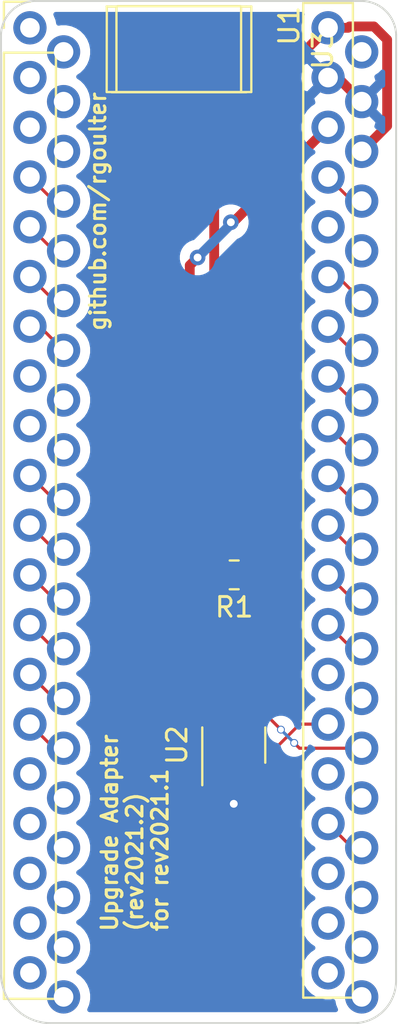
<source format=kicad_pcb>
(kicad_pcb (version 20171130) (host pcbnew "(5.1.8-0-10_14)")

  (general
    (thickness 1.6)
    (drawings 14)
    (tracks 74)
    (zones 0)
    (modules 4)
    (nets 27)
  )

  (page A4)
  (layers
    (0 F.Cu signal)
    (31 B.Cu signal)
    (32 B.Adhes user)
    (33 F.Adhes user)
    (34 B.Paste user)
    (35 F.Paste user)
    (36 B.SilkS user)
    (37 F.SilkS user)
    (38 B.Mask user)
    (39 F.Mask user)
    (40 Dwgs.User user)
    (41 Cmts.User user)
    (42 Eco1.User user)
    (43 Eco2.User user)
    (44 Edge.Cuts user)
    (45 Margin user)
    (46 B.CrtYd user)
    (47 F.CrtYd user)
    (48 B.Fab user)
    (49 F.Fab user)
  )

  (setup
    (last_trace_width 0.16)
    (trace_clearance 0.2)
    (zone_clearance 0.508)
    (zone_45_only no)
    (trace_min 0.16)
    (via_size 0.4)
    (via_drill 0.3)
    (via_min_size 0.4)
    (via_min_drill 0.3)
    (uvia_size 0.3)
    (uvia_drill 0.1)
    (uvias_allowed no)
    (uvia_min_size 0.2)
    (uvia_min_drill 0.1)
    (edge_width 0.1)
    (segment_width 0.2)
    (pcb_text_width 0.3)
    (pcb_text_size 1.5 1.5)
    (mod_edge_width 0.15)
    (mod_text_size 1 1)
    (mod_text_width 0.15)
    (pad_size 1.7 1.7)
    (pad_drill 1)
    (pad_to_mask_clearance 0)
    (aux_axis_origin 0 0)
    (grid_origin 25 25)
    (visible_elements FFFFFF7F)
    (pcbplotparams
      (layerselection 0x010fc_ffffffff)
      (usegerberextensions false)
      (usegerberattributes true)
      (usegerberadvancedattributes true)
      (creategerberjobfile true)
      (excludeedgelayer true)
      (linewidth 0.100000)
      (plotframeref false)
      (viasonmask false)
      (mode 1)
      (useauxorigin false)
      (hpglpennumber 1)
      (hpglpenspeed 20)
      (hpglpendiameter 15.000000)
      (psnegative false)
      (psa4output false)
      (plotreference true)
      (plotvalue true)
      (plotinvisibletext false)
      (padsonsilk false)
      (subtractmaskfromsilk false)
      (outputformat 1)
      (mirror false)
      (drillshape 1)
      (scaleselection 1)
      (outputdirectory ""))
  )

  (net 0 "")
  (net 1 /5V)
  (net 2 /RGB_DIN_5V)
  (net 3 /RGB_DIN_3V3)
  (net 4 /GND)
  (net 5 /3V3)
  (net 6 /SW25)
  (net 7 /SW11)
  (net 8 /SW31)
  (net 9 /SW12)
  (net 10 /SW32)
  (net 11 /SW13)
  (net 12 /SW33)
  (net 13 /SW14)
  (net 14 /SW34)
  (net 15 /SW15)
  (net 16 /SW35)
  (net 17 /SW21)
  (net 18 /SW41)
  (net 19 /SW22)
  (net 20 /SW42)
  (net 21 /SW23)
  (net 22 /SW43)
  (net 23 /SW24)
  (net 24 /SCL_TX)
  (net 25 /SDA_RX)
  (net 26 "Net-(R1-Pad1)")

  (net_class Default "This is the default net class."
    (clearance 0.2)
    (trace_width 0.16)
    (via_dia 0.4)
    (via_drill 0.3)
    (uvia_dia 0.3)
    (uvia_drill 0.1)
    (add_net /RGB_DIN_3V3)
    (add_net /RGB_DIN_5V)
    (add_net /SCL_TX)
    (add_net /SDA_RX)
    (add_net /SW11)
    (add_net /SW12)
    (add_net /SW13)
    (add_net /SW14)
    (add_net /SW15)
    (add_net /SW21)
    (add_net /SW22)
    (add_net /SW23)
    (add_net /SW24)
    (add_net /SW25)
    (add_net /SW31)
    (add_net /SW32)
    (add_net /SW33)
    (add_net /SW34)
    (add_net /SW35)
    (add_net /SW41)
    (add_net /SW42)
    (add_net /SW43)
    (add_net "Net-(R1-Pad1)")
  )

  (net_class Power ""
    (clearance 0.2)
    (trace_width 0.5)
    (via_dia 0.8)
    (via_drill 0.4)
    (uvia_dia 0.3)
    (uvia_drill 0.1)
    (add_net /3V3)
    (add_net /5V)
    (add_net /GND)
  )

  (module ProjectLocal:WeAct_MiniF4_Staggerable_rev2020.1 (layer F.Cu) (tedit 6044A469) (tstamp 6044BEFF)
    (at 28.2 27.6)
    (descr "Through hole headers for BluePill module. No SWD breakout. Fancy silkscreen.")
    (tags "module BlluePill Blue Pill header SWD breakout")
    (path /604668A4)
    (fp_text reference U3 (at 13.252 -0.1 90) (layer F.SilkS)
      (effects (font (size 1 1) (thickness 0.15)))
    )
    (fp_text value MiniF4 (at 20.32 24.765 -90) (layer F.Fab) hide
      (effects (font (size 1 1) (thickness 0.15)))
    )
    (fp_line (start 13.97 49.53) (end 13.97 -1.27) (layer F.Fab) (width 0.1))
    (fp_line (start 16.51 49.53) (end 13.97 49.53) (layer F.Fab) (width 0.1))
    (fp_line (start 16.51 -1.27) (end 16.51 49.53) (layer F.Fab) (width 0.1))
    (fp_line (start 13.97 -1.27) (end 16.51 -1.27) (layer F.Fab) (width 0.1))
    (fp_line (start -1.27 49.53) (end -1.27 -0.635) (layer F.Fab) (width 0.1))
    (fp_line (start 1.27 49.53) (end -1.27 49.53) (layer F.Fab) (width 0.1))
    (fp_line (start 1.27 -1.27) (end 1.27 49.53) (layer F.Fab) (width 0.1))
    (fp_line (start -0.635 -1.27) (end 1.27 -1.27) (layer F.Fab) (width 0.1))
    (fp_line (start -1.27 -0.635) (end -0.635 -1.27) (layer F.Fab) (width 0.1))
    (fp_line (start 3.72 3.48) (end 11.52 3.48) (layer F.Fab) (width 0.1))
    (pad 5V thru_hole circle (at 15.24 0) (size 1.7 1.7) (drill 1) (layers *.Cu *.Mask))
    (pad 25 thru_hole circle (at 0 0) (size 1.7 1.7) (drill 1) (layers *.Cu *.Mask))
    (pad GND thru_hole circle (at 15.24 2.54) (size 1.7 1.7) (drill 1) (layers *.Cu *.Mask)
      (net 4 /GND))
    (pad 26 thru_hole circle (at 0 2.54) (size 1.7 1.7) (drill 1) (layers *.Cu *.Mask))
    (pad 3V3 thru_hole circle (at 15.24 5.08) (size 1.7 1.7) (drill 1) (layers *.Cu *.Mask)
      (net 1 /5V))
    (pad 27 thru_hole circle (at 0 5.08) (size 1.7 1.7) (drill 1) (layers *.Cu *.Mask))
    (pad 21 thru_hole circle (at 15.24 7.62) (size 1.7 1.7) (drill 1) (layers *.Cu *.Mask)
      (net 6 /SW25))
    (pad 28 thru_hole circle (at 0 7.62) (size 1.7 1.7) (drill 1) (layers *.Cu *.Mask)
      (net 7 /SW11))
    (pad 20 thru_hole circle (at 15.24 10.16) (size 1.7 1.7) (drill 1) (layers *.Cu *.Mask))
    (pad 29 thru_hole circle (at 0 10.16) (size 1.7 1.7) (drill 1) (layers *.Cu *.Mask)
      (net 9 /SW12))
    (pad 19 thru_hole circle (at 15.24 12.7) (size 1.7 1.7) (drill 1) (layers *.Cu *.Mask)
      (net 10 /SW32))
    (pad 30 thru_hole circle (at 0 12.7) (size 1.7 1.7) (drill 1) (layers *.Cu *.Mask)
      (net 11 /SW13))
    (pad 18 thru_hole circle (at 15.24 15.24) (size 1.7 1.7) (drill 1) (layers *.Cu *.Mask)
      (net 12 /SW33))
    (pad 31 thru_hole circle (at 0 15.24) (size 1.7 1.7) (drill 1) (layers *.Cu *.Mask)
      (net 13 /SW14))
    (pad 17 thru_hole circle (at 15.24 17.78) (size 1.7 1.7) (drill 1) (layers *.Cu *.Mask)
      (net 14 /SW34))
    (pad 32 thru_hole circle (at 0 17.78) (size 1.7 1.7) (drill 1) (layers *.Cu *.Mask))
    (pad 16 thru_hole circle (at 15.24 20.32) (size 1.7 1.7) (drill 1) (layers *.Cu *.Mask)
      (net 16 /SW35))
    (pad 33 thru_hole circle (at 0 20.32) (size 1.7 1.7) (drill 1) (layers *.Cu *.Mask))
    (pad 15 thru_hole circle (at 15.24 22.86) (size 1.7 1.7) (drill 1) (layers *.Cu *.Mask)
      (net 18 /SW41))
    (pad 38 thru_hole circle (at 0 22.86) (size 1.7 1.7) (drill 1) (layers *.Cu *.Mask)
      (net 19 /SW22))
    (pad 14 thru_hole circle (at 15.24 25.4) (size 1.7 1.7) (drill 1) (layers *.Cu *.Mask)
      (net 20 /SW42))
    (pad 39 thru_hole circle (at 0 25.4) (size 1.7 1.7) (drill 1) (layers *.Cu *.Mask)
      (net 21 /SW23))
    (pad 13 thru_hole circle (at 15.24 27.94) (size 1.7 1.7) (drill 1) (layers *.Cu *.Mask)
      (net 22 /SW43))
    (pad 40 thru_hole circle (at 0 27.94) (size 1.7 1.7) (drill 1) (layers *.Cu *.Mask)
      (net 23 /SW24))
    (pad 12 thru_hole circle (at 15.24 30.48) (size 1.7 1.7) (drill 1) (layers *.Cu *.Mask)
      (net 8 /SW31))
    (pad 41 thru_hole circle (at 0 30.48) (size 1.7 1.7) (drill 1) (layers *.Cu *.Mask)
      (net 17 /SW21))
    (pad 11 thru_hole circle (at 15.24 33.02) (size 1.7 1.7) (drill 1) (layers *.Cu *.Mask))
    (pad 42 thru_hole circle (at 0 33.02) (size 1.7 1.7) (drill 1) (layers *.Cu *.Mask)
      (net 24 /SCL_TX))
    (pad 10 thru_hole circle (at 15.24 35.56) (size 1.7 1.7) (drill 1) (layers *.Cu *.Mask)
      (net 2 /RGB_DIN_5V))
    (pad 43 thru_hole circle (at 0 35.56) (size 1.7 1.7) (drill 1) (layers *.Cu *.Mask)
      (net 25 /SDA_RX))
    (pad 7 thru_hole circle (at 15.24 38.1) (size 1.7 1.7) (drill 1) (layers *.Cu *.Mask))
    (pad 45 thru_hole circle (at 0 38.1) (size 1.7 1.7) (drill 1) (layers *.Cu *.Mask))
    (pad 4 thru_hole circle (at 15.24 40.64) (size 1.7 1.7) (drill 1) (layers *.Cu *.Mask)
      (net 15 /SW15))
    (pad 46 thru_hole circle (at 0 40.64) (size 1.7 1.7) (drill 1) (layers *.Cu *.Mask))
    (pad 3 thru_hole circle (at 15.24 43.18) (size 1.7 1.7) (drill 1) (layers *.Cu *.Mask))
    (pad NC_5V thru_hole circle (at 0 43.18) (size 1.7 1.7) (drill 1) (layers *.Cu *.Mask))
    (pad 2 thru_hole circle (at 15.24 45.72) (size 1.7 1.7) (drill 1) (layers *.Cu *.Mask))
    (pad NC_GND thru_hole circle (at 0 45.72) (size 1.7 1.7) (drill 1) (layers *.Cu *.Mask))
    (pad 1 thru_hole circle (at 15.24 48.26) (size 1.7 1.7) (drill 1) (layers *.Cu *.Mask))
    (pad NC_3V3 thru_hole circle (at 0 48.26) (size 1.7 1.7) (drill 1) (layers *.Cu *.Mask))
    (model ${KIPRJMOD}/minif4_stm32f401_stm32f411_board.step
      (offset (xyz 7.6 -25 8))
      (scale (xyz 1 1 1))
      (rotate (xyz 0 0 90))
    )
    (model ${KISYS3DMOD}/Package_DIP.3dshapes/DIP-40_W15.24mm_Socket.step
      (at (xyz 0 0 0))
      (scale (xyz 1 1 1))
      (rotate (xyz 0 0 0))
    )
  )

  (module ProjectLocal:WeAct_MiniF4_Staggerable_rev2020.1 (layer F.Cu) (tedit 6044A36B) (tstamp 6044BFA7)
    (at 26.48 26.37)
    (descr "Through hole headers for BluePill module. No SWD breakout. Fancy silkscreen.")
    (tags "module BlluePill Blue Pill header SWD breakout")
    (path /60468F4C)
    (fp_text reference U1 (at 13.252 -0.1 90) (layer F.SilkS)
      (effects (font (size 1 1) (thickness 0.15)))
    )
    (fp_text value MiniF4 (at 20.32 24.765 -90) (layer F.Fab) hide
      (effects (font (size 1 1) (thickness 0.15)))
    )
    (fp_line (start 4.169988 -1.085) (end 4.169988 -1.089215) (layer F.SilkS) (width 0.12))
    (fp_line (start 11.070011 -1.085) (end 11.070011 -1.089215) (layer F.SilkS) (width 0.12))
    (fp_line (start 11.070011 3.29) (end 4.169988 3.29) (layer F.SilkS) (width 0.12))
    (fp_line (start 4.423589 -1.085064) (end 4.423589 3.29) (layer F.SilkS) (width 0.12))
    (fp_line (start 3.923589 -1.090575) (end 3.923572 -1.0935) (layer F.SilkS) (width 0.12))
    (fp_line (start 3.930103 -1.085) (end 3.923589 3.28) (layer F.SilkS) (width 0.12))
    (fp_line (start 11.31641 3.28) (end 3.923589 3.28) (layer F.SilkS) (width 0.12))
    (fp_line (start 3.930103 -1.085) (end 4.42 -1.085) (layer F.SilkS) (width 0.12))
    (fp_line (start 11.316427 -1.0935) (end 11.31641 3.28) (layer F.SilkS) (width 0.12))
    (fp_line (start 11.31641 -1.090575) (end 11.316427 -1.0935) (layer F.SilkS) (width 0.12))
    (fp_line (start 11.309896 -1.085) (end 10.82 -1.085) (layer F.SilkS) (width 0.12))
    (fp_line (start 10.795 -1.085064) (end 10.795 3.29) (layer F.SilkS) (width 0.12))
    (fp_line (start 10.82 -1.085) (end 10.81641 -1.085064) (layer F.SilkS) (width 0.12))
    (fp_line (start 4.42 -1.085) (end 4.423589 -1.085064) (layer F.SilkS) (width 0.12))
    (fp_line (start 10.758464 -1.106175) (end 4.481535 -1.106175) (layer F.SilkS) (width 0.12))
    (fp_line (start 3.928513 -1.085331) (end 3.930103 -1.085) (layer F.SilkS) (width 0.12))
    (fp_line (start 3.923572 -1.0935) (end 3.928513 -1.085331) (layer F.SilkS) (width 0.12))
    (fp_line (start 11.311486 -1.085331) (end 11.309896 -1.085) (layer F.SilkS) (width 0.12))
    (fp_line (start 11.316427 -1.0935) (end 11.311486 -1.085331) (layer F.SilkS) (width 0.12))
    (fp_line (start 13.97 49.53) (end 13.97 -1.27) (layer F.Fab) (width 0.1))
    (fp_line (start 16.51 49.53) (end 13.97 49.53) (layer F.Fab) (width 0.1))
    (fp_line (start 16.51 -1.27) (end 16.51 49.53) (layer F.Fab) (width 0.1))
    (fp_line (start 13.97 -1.27) (end 16.51 -1.27) (layer F.Fab) (width 0.1))
    (fp_line (start -1.27 49.53) (end -1.27 -0.635) (layer F.Fab) (width 0.1))
    (fp_line (start 1.27 49.53) (end -1.27 49.53) (layer F.Fab) (width 0.1))
    (fp_line (start 1.27 -1.27) (end 1.27 49.53) (layer F.Fab) (width 0.1))
    (fp_line (start -0.635 -1.27) (end 1.27 -1.27) (layer F.Fab) (width 0.1))
    (fp_line (start -1.27 -0.635) (end -0.635 -1.27) (layer F.Fab) (width 0.1))
    (fp_line (start 3.72 3.48) (end 11.52 3.48) (layer F.Fab) (width 0.1))
    (fp_line (start -1.33 1.27) (end 1.33 1.27) (layer F.SilkS) (width 0.12))
    (fp_line (start 1.33 1.27) (end 1.33 49.59) (layer F.SilkS) (width 0.12))
    (fp_line (start 1.33 49.59) (end -1.33 49.59) (layer F.SilkS) (width 0.12))
    (fp_line (start -1.33 49.59) (end -1.33 1.27) (layer F.SilkS) (width 0.12))
    (fp_line (start 13.97 -1.27) (end 16.51 -1.27) (layer F.SilkS) (width 0.12))
    (fp_line (start 16.51 -1.27) (end 16.51 49.53) (layer F.SilkS) (width 0.12))
    (fp_line (start 16.51 49.53) (end 13.97 49.53) (layer F.SilkS) (width 0.12))
    (fp_line (start 13.97 49.53) (end 13.97 -1.27) (layer F.SilkS) (width 0.12))
    (fp_line (start -1.33 0) (end -1.33 -1.33) (layer F.SilkS) (width 0.12))
    (fp_line (start -1.33 -1.33) (end 0 -1.33) (layer F.SilkS) (width 0.12))
    (pad 5V thru_hole circle (at 15.24 0) (size 1.7 1.7) (drill 1) (layers *.Cu *.Mask)
      (net 1 /5V))
    (pad 25 thru_hole circle (at 0 0) (size 1.7 1.7) (drill 1) (layers *.Cu *.Mask))
    (pad GND thru_hole circle (at 15.24 2.54) (size 1.7 1.7) (drill 1) (layers *.Cu *.Mask)
      (net 4 /GND))
    (pad 26 thru_hole circle (at 0 2.54) (size 1.7 1.7) (drill 1) (layers *.Cu *.Mask))
    (pad 3V3 thru_hole circle (at 15.24 5.08) (size 1.7 1.7) (drill 1) (layers *.Cu *.Mask)
      (net 5 /3V3))
    (pad 27 thru_hole circle (at 0 5.08) (size 1.7 1.7) (drill 1) (layers *.Cu *.Mask))
    (pad 21 thru_hole circle (at 15.24 7.62) (size 1.7 1.7) (drill 1) (layers *.Cu *.Mask)
      (net 6 /SW25))
    (pad 28 thru_hole circle (at 0 7.62) (size 1.7 1.7) (drill 1) (layers *.Cu *.Mask)
      (net 7 /SW11))
    (pad 20 thru_hole circle (at 15.24 10.16) (size 1.7 1.7) (drill 1) (layers *.Cu *.Mask))
    (pad 29 thru_hole circle (at 0 10.16) (size 1.7 1.7) (drill 1) (layers *.Cu *.Mask)
      (net 9 /SW12))
    (pad 19 thru_hole circle (at 15.24 12.7) (size 1.7 1.7) (drill 1) (layers *.Cu *.Mask)
      (net 10 /SW32))
    (pad 30 thru_hole circle (at 0 12.7) (size 1.7 1.7) (drill 1) (layers *.Cu *.Mask)
      (net 11 /SW13))
    (pad 18 thru_hole circle (at 15.24 15.24) (size 1.7 1.7) (drill 1) (layers *.Cu *.Mask)
      (net 12 /SW33))
    (pad 31 thru_hole circle (at 0 15.24) (size 1.7 1.7) (drill 1) (layers *.Cu *.Mask)
      (net 13 /SW14))
    (pad 17 thru_hole circle (at 15.24 17.78) (size 1.7 1.7) (drill 1) (layers *.Cu *.Mask)
      (net 14 /SW34))
    (pad 32 thru_hole circle (at 0 17.78) (size 1.7 1.7) (drill 1) (layers *.Cu *.Mask))
    (pad 16 thru_hole circle (at 15.24 20.32) (size 1.7 1.7) (drill 1) (layers *.Cu *.Mask)
      (net 16 /SW35))
    (pad 33 thru_hole circle (at 0 20.32) (size 1.7 1.7) (drill 1) (layers *.Cu *.Mask))
    (pad 15 thru_hole circle (at 15.24 22.86) (size 1.7 1.7) (drill 1) (layers *.Cu *.Mask)
      (net 18 /SW41))
    (pad 38 thru_hole circle (at 0 22.86) (size 1.7 1.7) (drill 1) (layers *.Cu *.Mask)
      (net 19 /SW22))
    (pad 14 thru_hole circle (at 15.24 25.4) (size 1.7 1.7) (drill 1) (layers *.Cu *.Mask)
      (net 20 /SW42))
    (pad 39 thru_hole circle (at 0 25.4) (size 1.7 1.7) (drill 1) (layers *.Cu *.Mask)
      (net 21 /SW23))
    (pad 13 thru_hole circle (at 15.24 27.94) (size 1.7 1.7) (drill 1) (layers *.Cu *.Mask)
      (net 22 /SW43))
    (pad 40 thru_hole circle (at 0 27.94) (size 1.7 1.7) (drill 1) (layers *.Cu *.Mask)
      (net 23 /SW24))
    (pad 12 thru_hole circle (at 15.24 30.48) (size 1.7 1.7) (drill 1) (layers *.Cu *.Mask)
      (net 8 /SW31))
    (pad 41 thru_hole circle (at 0 30.48) (size 1.7 1.7) (drill 1) (layers *.Cu *.Mask)
      (net 17 /SW21))
    (pad 11 thru_hole circle (at 15.24 33.02) (size 1.7 1.7) (drill 1) (layers *.Cu *.Mask))
    (pad 42 thru_hole circle (at 0 33.02) (size 1.7 1.7) (drill 1) (layers *.Cu *.Mask)
      (net 24 /SCL_TX))
    (pad 10 thru_hole circle (at 15.24 35.56) (size 1.7 1.7) (drill 1) (layers *.Cu *.Mask)
      (net 3 /RGB_DIN_3V3))
    (pad 43 thru_hole circle (at 0 35.56) (size 1.7 1.7) (drill 1) (layers *.Cu *.Mask)
      (net 25 /SDA_RX))
    (pad 7 thru_hole circle (at 15.24 38.1) (size 1.7 1.7) (drill 1) (layers *.Cu *.Mask))
    (pad 45 thru_hole circle (at 0 38.1) (size 1.7 1.7) (drill 1) (layers *.Cu *.Mask))
    (pad 4 thru_hole circle (at 15.24 40.64) (size 1.7 1.7) (drill 1) (layers *.Cu *.Mask)
      (net 15 /SW15))
    (pad 46 thru_hole circle (at 0 40.64) (size 1.7 1.7) (drill 1) (layers *.Cu *.Mask))
    (pad 3 thru_hole circle (at 15.24 43.18) (size 1.7 1.7) (drill 1) (layers *.Cu *.Mask))
    (pad NC_5V thru_hole circle (at 0 43.18) (size 1.7 1.7) (drill 1) (layers *.Cu *.Mask))
    (pad 2 thru_hole circle (at 15.24 45.72) (size 1.7 1.7) (drill 1) (layers *.Cu *.Mask))
    (pad NC_GND thru_hole circle (at 0 45.72) (size 1.7 1.7) (drill 1) (layers *.Cu *.Mask))
    (pad 1 thru_hole circle (at 15.24 48.26) (size 1.7 1.7) (drill 1) (layers *.Cu *.Mask))
    (pad NC_3V3 thru_hole circle (at 0 48.26) (size 1.7 1.7) (drill 1) (layers *.Cu *.Mask))
    (model ${KIPRJMOD}/minif4_stm32f401_stm32f411_board.step
      (offset (xyz 7.6 -25 8))
      (scale (xyz 1 1 1))
      (rotate (xyz 0 0 90))
    )
    (model ${KISYS3DMOD}/Package_DIP.3dshapes/DIP-40_W15.24mm_Socket.step
      (at (xyz 0 0 0))
      (scale (xyz 1 1 1))
      (rotate (xyz 0 0 0))
    )
  )

  (module Package_TO_SOT_SMD:SOT-23-6_Handsoldering (layer F.Cu) (tedit 5A02FF57) (tstamp 6044C09F)
    (at 36.9 63 90)
    (descr "6-pin SOT-23 package, Handsoldering")
    (tags "SOT-23-6 Handsoldering")
    (path /603EC747)
    (attr smd)
    (fp_text reference U2 (at 0 -2.9 90) (layer F.SilkS)
      (effects (font (size 1 1) (thickness 0.15)))
    )
    (fp_text value SN74LVC1T45DBV (at 0 2.9 90) (layer F.Fab)
      (effects (font (size 1 1) (thickness 0.15)))
    )
    (fp_line (start 0.9 -1.55) (end 0.9 1.55) (layer F.Fab) (width 0.1))
    (fp_line (start 0.9 1.55) (end -0.9 1.55) (layer F.Fab) (width 0.1))
    (fp_line (start -0.9 -0.9) (end -0.9 1.55) (layer F.Fab) (width 0.1))
    (fp_line (start 0.9 -1.55) (end -0.25 -1.55) (layer F.Fab) (width 0.1))
    (fp_line (start -0.9 -0.9) (end -0.25 -1.55) (layer F.Fab) (width 0.1))
    (fp_line (start -2.4 -1.8) (end 2.4 -1.8) (layer F.CrtYd) (width 0.05))
    (fp_line (start 2.4 -1.8) (end 2.4 1.8) (layer F.CrtYd) (width 0.05))
    (fp_line (start 2.4 1.8) (end -2.4 1.8) (layer F.CrtYd) (width 0.05))
    (fp_line (start -2.4 1.8) (end -2.4 -1.8) (layer F.CrtYd) (width 0.05))
    (fp_line (start 0.9 -1.61) (end -2.05 -1.61) (layer F.SilkS) (width 0.12))
    (fp_line (start -0.9 1.61) (end 0.9 1.61) (layer F.SilkS) (width 0.12))
    (fp_text user %R (at 0 0) (layer F.Fab)
      (effects (font (size 0.5 0.5) (thickness 0.075)))
    )
    (pad 5 smd rect (at 1.35 0 90) (size 1.56 0.65) (layers F.Cu F.Paste F.Mask)
      (net 26 "Net-(R1-Pad1)"))
    (pad 6 smd rect (at 1.35 -0.95 90) (size 1.56 0.65) (layers F.Cu F.Paste F.Mask)
      (net 1 /5V))
    (pad 4 smd rect (at 1.35 0.95 90) (size 1.56 0.65) (layers F.Cu F.Paste F.Mask)
      (net 2 /RGB_DIN_5V))
    (pad 3 smd rect (at -1.35 0.95 90) (size 1.56 0.65) (layers F.Cu F.Paste F.Mask)
      (net 3 /RGB_DIN_3V3))
    (pad 2 smd rect (at -1.35 0 90) (size 1.56 0.65) (layers F.Cu F.Paste F.Mask)
      (net 4 /GND))
    (pad 1 smd rect (at -1.35 -0.95 90) (size 1.56 0.65) (layers F.Cu F.Paste F.Mask)
      (net 5 /3V3))
    (model ${KISYS3DMOD}/Package_TO_SOT_SMD.3dshapes/SOT-23-6.wrl
      (at (xyz 0 0 0))
      (scale (xyz 1 1 1))
      (rotate (xyz 0 0 0))
    )
  )

  (module Resistor_SMD:R_0805_2012Metric_Pad1.20x1.40mm_HandSolder (layer F.Cu) (tedit 5F68FEEE) (tstamp 6044C067)
    (at 36.921 54.308 180)
    (descr "Resistor SMD 0805 (2012 Metric), square (rectangular) end terminal, IPC_7351 nominal with elongated pad for handsoldering. (Body size source: IPC-SM-782 page 72, https://www.pcb-3d.com/wordpress/wp-content/uploads/ipc-sm-782a_amendment_1_and_2.pdf), generated with kicad-footprint-generator")
    (tags "resistor handsolder")
    (path /603F5BAE)
    (attr smd)
    (fp_text reference R1 (at 0 -1.65) (layer F.SilkS)
      (effects (font (size 1 1) (thickness 0.15)))
    )
    (fp_text value "2.2k - 10k" (at 0 1.65) (layer F.Fab)
      (effects (font (size 1 1) (thickness 0.15)))
    )
    (fp_line (start 1.85 0.95) (end -1.85 0.95) (layer F.CrtYd) (width 0.05))
    (fp_line (start 1.85 -0.95) (end 1.85 0.95) (layer F.CrtYd) (width 0.05))
    (fp_line (start -1.85 -0.95) (end 1.85 -0.95) (layer F.CrtYd) (width 0.05))
    (fp_line (start -1.85 0.95) (end -1.85 -0.95) (layer F.CrtYd) (width 0.05))
    (fp_line (start -0.227064 0.735) (end 0.227064 0.735) (layer F.SilkS) (width 0.12))
    (fp_line (start -0.227064 -0.735) (end 0.227064 -0.735) (layer F.SilkS) (width 0.12))
    (fp_line (start 1 0.625) (end -1 0.625) (layer F.Fab) (width 0.1))
    (fp_line (start 1 -0.625) (end 1 0.625) (layer F.Fab) (width 0.1))
    (fp_line (start -1 -0.625) (end 1 -0.625) (layer F.Fab) (width 0.1))
    (fp_line (start -1 0.625) (end -1 -0.625) (layer F.Fab) (width 0.1))
    (fp_text user %R (at 0 0) (layer F.Fab)
      (effects (font (size 0.5 0.5) (thickness 0.08)))
    )
    (pad 2 smd roundrect (at 1 0 180) (size 1.2 1.4) (layers F.Cu F.Paste F.Mask) (roundrect_rratio 0.208333)
      (net 1 /5V))
    (pad 1 smd roundrect (at -1 0 180) (size 1.2 1.4) (layers F.Cu F.Paste F.Mask) (roundrect_rratio 0.208333)
      (net 26 "Net-(R1-Pad1)"))
    (model ${KISYS3DMOD}/Resistor_SMD.3dshapes/R_0805_2012Metric.wrl
      (at (xyz 0 0 0))
      (scale (xyz 1 1 1))
      (rotate (xyz 0 0 0))
    )
  )

  (gr_arc (start 27.54 74.66) (end 25 74.66) (angle -90) (layer Edge.Cuts) (width 0.1))
  (gr_arc (start 43.034 75.038) (end 43.034 77.2) (angle -90) (layer Edge.Cuts) (width 0.1))
  (gr_arc (start 26.778 26.778) (end 26.778 25) (angle -90) (layer Edge.Cuts) (width 0.1))
  (gr_arc (start 43.422 26.778) (end 45.2 26.778) (angle -90) (layer Edge.Cuts) (width 0.1))
  (gr_line (start 31.968 73.993) (end 38.191 73.993) (layer Dwgs.User) (width 3) (tstamp 6044C04F))
  (gr_line (start 32.222 43.005) (end 38.445 43.005) (layer Dwgs.User) (width 3) (tstamp 6044C088))
  (gr_line (start 32.222 58.118) (end 38.445 58.118) (layer Dwgs.User) (width 3) (tstamp 6044C055))
  (gr_line (start 31.587 27.638) (end 37.81 27.638) (layer Dwgs.User) (width 3) (tstamp 6044C04C))
  (gr_text github.com/rgoulter (at 29.953 29.572 90) (layer F.SilkS) (tstamp 6044C0D0)
    (effects (font (size 0.8 0.8) (thickness 0.15)) (justify right))
  )
  (gr_text "Upgrade Adapter\n(rev2021.2)\nfor rev2021.1" (at 31.841 72.596 90) (layer F.SilkS) (tstamp 6044C0D3)
    (effects (font (size 0.8 0.8) (thickness 0.16)) (justify left))
  )
  (gr_line (start 25 74.66) (end 25 26.778) (layer Edge.Cuts) (width 0.1) (tstamp 6044C0CA))
  (gr_line (start 43.034 77.2) (end 27.54 77.2) (layer Edge.Cuts) (width 0.1) (tstamp 6044C0CD))
  (gr_line (start 45.2 26.778) (end 45.196 75.038) (layer Edge.Cuts) (width 0.1) (tstamp 6044BED2))
  (gr_line (start 26.778 25) (end 43.422 25) (layer Edge.Cuts) (width 0.1) (tstamp 6044BECF))

  (segment (start 35.9 61.6) (end 35.95 61.65) (width 0.5) (layer F.Cu) (net 1) (tstamp 6044C169) (status 30))
  (segment (start 35.9 32.19) (end 35.9 61.6) (width 0.5) (layer F.Cu) (net 1) (tstamp 6044C16C) (status 20))
  (segment (start 35.9 32.19) (end 41.72 26.37) (width 0.5) (layer F.Cu) (net 1) (tstamp 6044C16F) (status 20))
  (segment (start 44.740001 31.379999) (end 43.44 32.68) (width 0.5) (layer F.Cu) (net 1) (tstamp 6044C175) (status 20))
  (segment (start 44.740001 26.975999) (end 44.740001 31.379999) (width 0.5) (layer F.Cu) (net 1) (tstamp 6044E318))
  (segment (start 44.064001 26.299999) (end 44.740001 26.975999) (width 0.5) (layer F.Cu) (net 1) (tstamp 6044C17B))
  (segment (start 42.815999 26.299999) (end 44.064001 26.299999) (width 0.5) (layer F.Cu) (net 1) (tstamp 6044C17E))
  (segment (start 42.745998 26.37) (end 42.815999 26.299999) (width 0.5) (layer F.Cu) (net 1) (tstamp 6044C181))
  (segment (start 41.72 26.37) (end 42.745998 26.37) (width 0.5) (layer F.Cu) (net 1) (tstamp 6044C184) (status 10))
  (via (at 39.989412 62.889412) (size 0.4) (drill 0.3) (layers F.Cu B.Cu) (net 2) (tstamp 6044C15D))
  (segment (start 40.26 63.16) (end 39.989412 62.889412) (width 0.16) (layer F.Cu) (net 2) (tstamp 6044C15A))
  (segment (start 43.44 63.16) (end 40.26 63.16) (width 0.16) (layer F.Cu) (net 2) (tstamp 6044C157) (status 10))
  (via (at 39.310588 62.210588) (size 0.4) (drill 0.3) (layers F.Cu B.Cu) (net 2) (tstamp 6044C154))
  (segment (start 39.989412 62.889412) (end 39.310588 62.210588) (width 0.16) (layer B.Cu) (net 2) (tstamp 6044C151))
  (segment (start 38.75 61.65) (end 37.85 61.65) (width 0.16) (layer F.Cu) (net 2) (tstamp 6044C14E) (status 20))
  (segment (start 39.310588 62.210588) (end 38.75 61.65) (width 0.16) (layer F.Cu) (net 2) (tstamp 6044C14B))
  (segment (start 40.27 61.93) (end 37.85 64.35) (width 0.16) (layer F.Cu) (net 3) (tstamp 6044C148) (status 20))
  (segment (start 41.72 61.93) (end 40.27 61.93) (width 0.16) (layer F.Cu) (net 3) (tstamp 6044C145) (status 10))
  (segment (start 42.21 28.91) (end 43.44 30.14) (width 0.5) (layer F.Cu) (net 4) (tstamp 6044C142) (status 30))
  (segment (start 41.72 28.91) (end 42.21 28.91) (width 0.5) (layer F.Cu) (net 4) (tstamp 6044C13F) (status 30))
  (via (at 36.9 66) (size 0.8) (drill 0.4) (layers F.Cu B.Cu) (net 4) (tstamp 6044C13C))
  (segment (start 36.9 64.35) (end 36.9 66) (width 0.5) (layer F.Cu) (net 4) (tstamp 6044C139) (status 10))
  (segment (start 36.87 36.3) (end 36.75 36.3) (width 0.5) (layer F.Cu) (net 5) (tstamp 6044C136))
  (via (at 36.75 36.3) (size 0.8) (drill 0.4) (layers F.Cu B.Cu) (net 5) (tstamp 6044C133))
  (segment (start 41.72 31.45) (end 36.87 36.3) (width 0.5) (layer F.Cu) (net 5) (tstamp 6044C130) (status 10))
  (via (at 35.05 38.1) (size 0.8) (drill 0.4) (layers F.Cu B.Cu) (net 5) (tstamp 6044C12D))
  (segment (start 36.75 36.4) (end 35.05 38.1) (width 0.5) (layer B.Cu) (net 5) (tstamp 6044C12A))
  (segment (start 36.75 36.3) (end 36.75 36.4) (width 0.5) (layer B.Cu) (net 5) (tstamp 6044C127))
  (segment (start 34.650001 63.050001) (end 35.95 64.35) (width 0.5) (layer F.Cu) (net 5) (tstamp 6044C124) (status 20))
  (segment (start 34.650001 38.499999) (end 34.650001 63.050001) (width 0.5) (layer F.Cu) (net 5) (tstamp 6044C121))
  (segment (start 35.05 38.1) (end 34.650001 38.499999) (width 0.5) (layer F.Cu) (net 5) (tstamp 6044C11E))
  (segment (start 42.95 35.22) (end 43.44 35.22) (width 0.16) (layer F.Cu) (net 6) (tstamp 6044C11B) (status 30))
  (segment (start 41.72 33.99) (end 42.95 35.22) (width 0.16) (layer F.Cu) (net 6) (tstamp 6044C118) (status 30))
  (segment (start 27.71 35.22) (end 28.2 35.22) (width 0.16) (layer F.Cu) (net 7) (tstamp 6044C115) (status 30))
  (segment (start 26.48 33.99) (end 27.71 35.22) (width 0.16) (layer F.Cu) (net 7) (tstamp 6044C112) (status 30))
  (segment (start 42.95 58.08) (end 43.44 58.08) (width 0.16) (layer F.Cu) (net 8))
  (segment (start 41.72 56.85) (end 42.95 58.08) (width 0.16) (layer F.Cu) (net 8))
  (segment (start 27.71 37.76) (end 28.2 37.76) (width 0.16) (layer F.Cu) (net 9) (tstamp 6044C103) (status 30))
  (segment (start 26.48 36.53) (end 27.71 37.76) (width 0.16) (layer F.Cu) (net 9) (tstamp 6044C100) (status 30))
  (segment (start 42.21 39.07) (end 41.72 39.07) (width 0.16) (layer F.Cu) (net 10) (tstamp 6044C0FD) (status 30))
  (segment (start 43.44 40.3) (end 42.21 39.07) (width 0.16) (layer F.Cu) (net 10) (tstamp 6044C0FA) (status 30))
  (segment (start 27.71 40.3) (end 28.2 40.3) (width 0.16) (layer F.Cu) (net 11) (tstamp 6044C0F7) (status 30))
  (segment (start 26.48 39.07) (end 27.71 40.3) (width 0.16) (layer F.Cu) (net 11) (tstamp 6044C0F4) (status 30))
  (segment (start 42.95 42.84) (end 43.44 42.84) (width 0.16) (layer F.Cu) (net 12) (tstamp 6044C0F1) (status 30))
  (segment (start 41.72 41.61) (end 42.95 42.84) (width 0.16) (layer F.Cu) (net 12) (tstamp 6044C0EE) (status 30))
  (segment (start 26.97 41.61) (end 26.48 41.61) (width 0.16) (layer F.Cu) (net 13) (tstamp 6044C0EB) (status 30))
  (segment (start 28.2 42.84) (end 26.97 41.61) (width 0.16) (layer F.Cu) (net 13) (tstamp 6044C0E8) (status 30))
  (segment (start 42.95 45.38) (end 43.44 45.38) (width 0.16) (layer F.Cu) (net 14) (tstamp 6044C0E5) (status 30))
  (segment (start 41.72 44.15) (end 42.95 45.38) (width 0.16) (layer F.Cu) (net 14) (tstamp 6044C0E2) (status 30))
  (segment (start 42.95 68.24) (end 43.44 68.24) (width 0.16) (layer F.Cu) (net 15))
  (segment (start 41.72 67.01) (end 42.95 68.24) (width 0.16) (layer F.Cu) (net 15))
  (segment (start 42.95 47.92) (end 43.44 47.92) (width 0.16) (layer F.Cu) (net 16) (tstamp 6044C1CC) (status 30))
  (segment (start 41.72 46.69) (end 42.95 47.92) (width 0.16) (layer F.Cu) (net 16) (tstamp 6044C1C9) (status 30))
  (segment (start 27.71 58.08) (end 28.2 58.08) (width 0.16) (layer F.Cu) (net 17))
  (segment (start 26.48 56.85) (end 27.71 58.08) (width 0.16) (layer F.Cu) (net 17))
  (segment (start 42.95 50.46) (end 43.44 50.46) (width 0.16) (layer F.Cu) (net 18) (tstamp 6044C1B4) (status 30))
  (segment (start 41.72 49.23) (end 42.95 50.46) (width 0.16) (layer F.Cu) (net 18) (tstamp 6044C1B1) (status 30))
  (segment (start 27.71 50.46) (end 28.2 50.46) (width 0.16) (layer F.Cu) (net 19) (tstamp 6044C1AE) (status 30))
  (segment (start 26.48 49.23) (end 27.71 50.46) (width 0.16) (layer F.Cu) (net 19) (tstamp 6044C1AB) (status 30))
  (segment (start 42.95 53) (end 43.44 53) (width 0.16) (layer F.Cu) (net 20) (tstamp 6044C1A8) (status 30))
  (segment (start 41.72 51.77) (end 42.95 53) (width 0.16) (layer F.Cu) (net 20) (tstamp 6044C1A5) (status 30))
  (segment (start 27.71 53) (end 28.2 53) (width 0.16) (layer F.Cu) (net 21) (tstamp 6044C1A2) (status 30))
  (segment (start 26.48 51.77) (end 27.71 53) (width 0.16) (layer F.Cu) (net 21) (tstamp 6044C19F) (status 30))
  (segment (start 42.95 55.54) (end 43.44 55.54) (width 0.16) (layer F.Cu) (net 22) (tstamp 6044C19C) (status 30))
  (segment (start 41.72 54.31) (end 42.95 55.54) (width 0.16) (layer F.Cu) (net 22) (tstamp 6044C199) (status 30))
  (segment (start 27.71 55.54) (end 28.2 55.54) (width 0.16) (layer F.Cu) (net 23) (tstamp 6044C196) (status 30))
  (segment (start 26.48 54.31) (end 27.71 55.54) (width 0.16) (layer F.Cu) (net 23) (tstamp 6044C193) (status 30))
  (segment (start 27.71 60.62) (end 28.2 60.62) (width 0.16) (layer F.Cu) (net 24) (tstamp 6044C190) (status 30))
  (segment (start 26.48 59.39) (end 27.71 60.62) (width 0.16) (layer F.Cu) (net 24) (tstamp 6044C18D) (status 30))
  (segment (start 27.71 63.16) (end 28.2 63.16) (width 0.16) (layer F.Cu) (net 25) (tstamp 6044C18A) (status 30))
  (segment (start 26.48 61.93) (end 27.71 63.16) (width 0.16) (layer F.Cu) (net 25) (tstamp 6044C187) (status 30))
  (segment (start 36.9 60.806) (end 36.9 61.65) (width 0.16) (layer F.Cu) (net 26) (tstamp 6044C166) (status 20))
  (segment (start 37.921 59.785) (end 36.9 60.806) (width 0.16) (layer F.Cu) (net 26) (tstamp 6044C163))
  (segment (start 37.921 54.308) (end 37.921 59.785) (width 0.16) (layer F.Cu) (net 26) (tstamp 6044C160) (status 10))

  (zone (net 4) (net_name /GND) (layer B.Cu) (tstamp 6044E3F0) (hatch edge 0.508)
    (connect_pads (clearance 0.508))
    (min_thickness 0.254)
    (fill yes (arc_segments 32) (thermal_gap 0.508) (thermal_bridge_width 0.508))
    (polygon
      (pts
        (xy 45.303 77.168) (xy 24.983 77.168) (xy 24.983 24.971) (xy 45.303 24.971)
      )
    )
    (filled_polygon
      (pts
        (xy 40.292068 25.936842) (xy 40.235 26.22374) (xy 40.235 26.51626) (xy 40.292068 26.803158) (xy 40.40401 27.073411)
        (xy 40.566525 27.316632) (xy 40.773368 27.523475) (xy 40.946729 27.639311) (xy 40.871208 27.881603) (xy 41.72 28.730395)
        (xy 41.734143 28.716253) (xy 41.913748 28.895858) (xy 41.899605 28.91) (xy 41.913748 28.924143) (xy 41.734143 29.103748)
        (xy 41.72 29.089605) (xy 40.871208 29.938397) (xy 40.946729 30.180689) (xy 40.773368 30.296525) (xy 40.566525 30.503368)
        (xy 40.40401 30.746589) (xy 40.292068 31.016842) (xy 40.235 31.30374) (xy 40.235 31.59626) (xy 40.292068 31.883158)
        (xy 40.40401 32.153411) (xy 40.566525 32.396632) (xy 40.773368 32.603475) (xy 40.94776 32.72) (xy 40.773368 32.836525)
        (xy 40.566525 33.043368) (xy 40.40401 33.286589) (xy 40.292068 33.556842) (xy 40.235 33.84374) (xy 40.235 34.13626)
        (xy 40.292068 34.423158) (xy 40.40401 34.693411) (xy 40.566525 34.936632) (xy 40.773368 35.143475) (xy 40.94776 35.26)
        (xy 40.773368 35.376525) (xy 40.566525 35.583368) (xy 40.40401 35.826589) (xy 40.292068 36.096842) (xy 40.235 36.38374)
        (xy 40.235 36.67626) (xy 40.292068 36.963158) (xy 40.40401 37.233411) (xy 40.566525 37.476632) (xy 40.773368 37.683475)
        (xy 40.94776 37.8) (xy 40.773368 37.916525) (xy 40.566525 38.123368) (xy 40.40401 38.366589) (xy 40.292068 38.636842)
        (xy 40.235 38.92374) (xy 40.235 39.21626) (xy 40.292068 39.503158) (xy 40.40401 39.773411) (xy 40.566525 40.016632)
        (xy 40.773368 40.223475) (xy 40.94776 40.34) (xy 40.773368 40.456525) (xy 40.566525 40.663368) (xy 40.40401 40.906589)
        (xy 40.292068 41.176842) (xy 40.235 41.46374) (xy 40.235 41.75626) (xy 40.292068 42.043158) (xy 40.40401 42.313411)
        (xy 40.566525 42.556632) (xy 40.773368 42.763475) (xy 40.94776 42.88) (xy 40.773368 42.996525) (xy 40.566525 43.203368)
        (xy 40.40401 43.446589) (xy 40.292068 43.716842) (xy 40.235 44.00374) (xy 40.235 44.29626) (xy 40.292068 44.583158)
        (xy 40.40401 44.853411) (xy 40.566525 45.096632) (xy 40.773368 45.303475) (xy 40.94776 45.42) (xy 40.773368 45.536525)
        (xy 40.566525 45.743368) (xy 40.40401 45.986589) (xy 40.292068 46.256842) (xy 40.235 46.54374) (xy 40.235 46.83626)
        (xy 40.292068 47.123158) (xy 40.40401 47.393411) (xy 40.566525 47.636632) (xy 40.773368 47.843475) (xy 40.94776 47.96)
        (xy 40.773368 48.076525) (xy 40.566525 48.283368) (xy 40.40401 48.526589) (xy 40.292068 48.796842) (xy 40.235 49.08374)
        (xy 40.235 49.37626) (xy 40.292068 49.663158) (xy 40.40401 49.933411) (xy 40.566525 50.176632) (xy 40.773368 50.383475)
        (xy 40.94776 50.5) (xy 40.773368 50.616525) (xy 40.566525 50.823368) (xy 40.40401 51.066589) (xy 40.292068 51.336842)
        (xy 40.235 51.62374) (xy 40.235 51.91626) (xy 40.292068 52.203158) (xy 40.40401 52.473411) (xy 40.566525 52.716632)
        (xy 40.773368 52.923475) (xy 40.94776 53.04) (xy 40.773368 53.156525) (xy 40.566525 53.363368) (xy 40.40401 53.606589)
        (xy 40.292068 53.876842) (xy 40.235 54.16374) (xy 40.235 54.45626) (xy 40.292068 54.743158) (xy 40.40401 55.013411)
        (xy 40.566525 55.256632) (xy 40.773368 55.463475) (xy 40.94776 55.58) (xy 40.773368 55.696525) (xy 40.566525 55.903368)
        (xy 40.40401 56.146589) (xy 40.292068 56.416842) (xy 40.235 56.70374) (xy 40.235 56.99626) (xy 40.292068 57.283158)
        (xy 40.40401 57.553411) (xy 40.566525 57.796632) (xy 40.773368 58.003475) (xy 40.94776 58.12) (xy 40.773368 58.236525)
        (xy 40.566525 58.443368) (xy 40.40401 58.686589) (xy 40.292068 58.956842) (xy 40.235 59.24374) (xy 40.235 59.53626)
        (xy 40.292068 59.823158) (xy 40.40401 60.093411) (xy 40.566525 60.336632) (xy 40.773368 60.543475) (xy 40.94776 60.66)
        (xy 40.773368 60.776525) (xy 40.566525 60.983368) (xy 40.40401 61.226589) (xy 40.292068 61.496842) (xy 40.235 61.78374)
        (xy 40.235 62.07626) (xy 40.237402 62.088336) (xy 40.232972 62.086501) (xy 40.188895 62.077733) (xy 40.122267 62.011105)
        (xy 40.113499 61.967028) (xy 40.050555 61.815067) (xy 39.959175 61.678307) (xy 39.842869 61.562001) (xy 39.706109 61.470621)
        (xy 39.554148 61.407677) (xy 39.392828 61.375588) (xy 39.228348 61.375588) (xy 39.067028 61.407677) (xy 38.915067 61.470621)
        (xy 38.778307 61.562001) (xy 38.662001 61.678307) (xy 38.570621 61.815067) (xy 38.507677 61.967028) (xy 38.475588 62.128348)
        (xy 38.475588 62.292828) (xy 38.507677 62.454148) (xy 38.570621 62.606109) (xy 38.662001 62.742869) (xy 38.778307 62.859175)
        (xy 38.915067 62.950555) (xy 39.067028 63.013499) (xy 39.111105 63.022267) (xy 39.177733 63.088895) (xy 39.186501 63.132972)
        (xy 39.249445 63.284933) (xy 39.340825 63.421693) (xy 39.457131 63.537999) (xy 39.593891 63.629379) (xy 39.745852 63.692323)
        (xy 39.907172 63.724412) (xy 40.071652 63.724412) (xy 40.232972 63.692323) (xy 40.384933 63.629379) (xy 40.521693 63.537999)
        (xy 40.637999 63.421693) (xy 40.729379 63.284933) (xy 40.792323 63.132972) (xy 40.79879 63.100461) (xy 40.94776 63.2)
        (xy 40.773368 63.316525) (xy 40.566525 63.523368) (xy 40.40401 63.766589) (xy 40.292068 64.036842) (xy 40.235 64.32374)
        (xy 40.235 64.61626) (xy 40.292068 64.903158) (xy 40.40401 65.173411) (xy 40.566525 65.416632) (xy 40.773368 65.623475)
        (xy 40.94776 65.74) (xy 40.773368 65.856525) (xy 40.566525 66.063368) (xy 40.40401 66.306589) (xy 40.292068 66.576842)
        (xy 40.235 66.86374) (xy 40.235 67.15626) (xy 40.292068 67.443158) (xy 40.40401 67.713411) (xy 40.566525 67.956632)
        (xy 40.773368 68.163475) (xy 40.94776 68.28) (xy 40.773368 68.396525) (xy 40.566525 68.603368) (xy 40.40401 68.846589)
        (xy 40.292068 69.116842) (xy 40.235 69.40374) (xy 40.235 69.69626) (xy 40.292068 69.983158) (xy 40.40401 70.253411)
        (xy 40.566525 70.496632) (xy 40.773368 70.703475) (xy 40.94776 70.82) (xy 40.773368 70.936525) (xy 40.566525 71.143368)
        (xy 40.40401 71.386589) (xy 40.292068 71.656842) (xy 40.235 71.94374) (xy 40.235 72.23626) (xy 40.292068 72.523158)
        (xy 40.40401 72.793411) (xy 40.566525 73.036632) (xy 40.773368 73.243475) (xy 40.94776 73.36) (xy 40.773368 73.476525)
        (xy 40.566525 73.683368) (xy 40.40401 73.926589) (xy 40.292068 74.196842) (xy 40.235 74.48374) (xy 40.235 74.77626)
        (xy 40.292068 75.063158) (xy 40.40401 75.333411) (xy 40.566525 75.576632) (xy 40.773368 75.783475) (xy 41.016589 75.94599)
        (xy 41.286842 76.057932) (xy 41.57374 76.115) (xy 41.86626 76.115) (xy 41.972429 76.093881) (xy 42.012068 76.293158)
        (xy 42.103958 76.515) (xy 29.536042 76.515) (xy 29.627932 76.293158) (xy 29.685 76.00626) (xy 29.685 75.71374)
        (xy 29.627932 75.426842) (xy 29.51599 75.156589) (xy 29.353475 74.913368) (xy 29.146632 74.706525) (xy 28.97224 74.59)
        (xy 29.146632 74.473475) (xy 29.353475 74.266632) (xy 29.51599 74.023411) (xy 29.627932 73.753158) (xy 29.685 73.46626)
        (xy 29.685 73.17374) (xy 29.627932 72.886842) (xy 29.51599 72.616589) (xy 29.353475 72.373368) (xy 29.146632 72.166525)
        (xy 28.97224 72.05) (xy 29.146632 71.933475) (xy 29.353475 71.726632) (xy 29.51599 71.483411) (xy 29.627932 71.213158)
        (xy 29.685 70.92626) (xy 29.685 70.63374) (xy 29.627932 70.346842) (xy 29.51599 70.076589) (xy 29.353475 69.833368)
        (xy 29.146632 69.626525) (xy 28.97224 69.51) (xy 29.146632 69.393475) (xy 29.353475 69.186632) (xy 29.51599 68.943411)
        (xy 29.627932 68.673158) (xy 29.685 68.38626) (xy 29.685 68.09374) (xy 29.627932 67.806842) (xy 29.51599 67.536589)
        (xy 29.353475 67.293368) (xy 29.146632 67.086525) (xy 28.97224 66.97) (xy 29.146632 66.853475) (xy 29.353475 66.646632)
        (xy 29.51599 66.403411) (xy 29.627932 66.133158) (xy 29.685 65.84626) (xy 29.685 65.55374) (xy 29.627932 65.266842)
        (xy 29.51599 64.996589) (xy 29.353475 64.753368) (xy 29.146632 64.546525) (xy 28.97224 64.43) (xy 29.146632 64.313475)
        (xy 29.353475 64.106632) (xy 29.51599 63.863411) (xy 29.627932 63.593158) (xy 29.685 63.30626) (xy 29.685 63.01374)
        (xy 29.627932 62.726842) (xy 29.51599 62.456589) (xy 29.353475 62.213368) (xy 29.146632 62.006525) (xy 28.97224 61.89)
        (xy 29.146632 61.773475) (xy 29.353475 61.566632) (xy 29.51599 61.323411) (xy 29.627932 61.053158) (xy 29.685 60.76626)
        (xy 29.685 60.47374) (xy 29.627932 60.186842) (xy 29.51599 59.916589) (xy 29.353475 59.673368) (xy 29.146632 59.466525)
        (xy 28.97224 59.35) (xy 29.146632 59.233475) (xy 29.353475 59.026632) (xy 29.51599 58.783411) (xy 29.627932 58.513158)
        (xy 29.685 58.22626) (xy 29.685 57.93374) (xy 29.627932 57.646842) (xy 29.51599 57.376589) (xy 29.353475 57.133368)
        (xy 29.146632 56.926525) (xy 28.97224 56.81) (xy 29.146632 56.693475) (xy 29.353475 56.486632) (xy 29.51599 56.243411)
        (xy 29.627932 55.973158) (xy 29.685 55.68626) (xy 29.685 55.39374) (xy 29.627932 55.106842) (xy 29.51599 54.836589)
        (xy 29.353475 54.593368) (xy 29.146632 54.386525) (xy 28.97224 54.27) (xy 29.146632 54.153475) (xy 29.353475 53.946632)
        (xy 29.51599 53.703411) (xy 29.627932 53.433158) (xy 29.685 53.14626) (xy 29.685 52.85374) (xy 29.627932 52.566842)
        (xy 29.51599 52.296589) (xy 29.353475 52.053368) (xy 29.146632 51.846525) (xy 28.97224 51.73) (xy 29.146632 51.613475)
        (xy 29.353475 51.406632) (xy 29.51599 51.163411) (xy 29.627932 50.893158) (xy 29.685 50.60626) (xy 29.685 50.31374)
        (xy 29.627932 50.026842) (xy 29.51599 49.756589) (xy 29.353475 49.513368) (xy 29.146632 49.306525) (xy 28.97224 49.19)
        (xy 29.146632 49.073475) (xy 29.353475 48.866632) (xy 29.51599 48.623411) (xy 29.627932 48.353158) (xy 29.685 48.06626)
        (xy 29.685 47.77374) (xy 29.627932 47.486842) (xy 29.51599 47.216589) (xy 29.353475 46.973368) (xy 29.146632 46.766525)
        (xy 28.97224 46.65) (xy 29.146632 46.533475) (xy 29.353475 46.326632) (xy 29.51599 46.083411) (xy 29.627932 45.813158)
        (xy 29.685 45.52626) (xy 29.685 45.23374) (xy 29.627932 44.946842) (xy 29.51599 44.676589) (xy 29.353475 44.433368)
        (xy 29.146632 44.226525) (xy 28.97224 44.11) (xy 29.146632 43.993475) (xy 29.353475 43.786632) (xy 29.51599 43.543411)
        (xy 29.627932 43.273158) (xy 29.685 42.98626) (xy 29.685 42.69374) (xy 29.627932 42.406842) (xy 29.51599 42.136589)
        (xy 29.353475 41.893368) (xy 29.146632 41.686525) (xy 28.97224 41.57) (xy 29.146632 41.453475) (xy 29.353475 41.246632)
        (xy 29.51599 41.003411) (xy 29.627932 40.733158) (xy 29.685 40.44626) (xy 29.685 40.15374) (xy 29.627932 39.866842)
        (xy 29.51599 39.596589) (xy 29.353475 39.353368) (xy 29.146632 39.146525) (xy 28.97224 39.03) (xy 29.146632 38.913475)
        (xy 29.353475 38.706632) (xy 29.51599 38.463411) (xy 29.627932 38.193158) (xy 29.666739 37.998061) (xy 34.015 37.998061)
        (xy 34.015 38.201939) (xy 34.054774 38.401898) (xy 34.132795 38.590256) (xy 34.246063 38.759774) (xy 34.390226 38.903937)
        (xy 34.559744 39.017205) (xy 34.748102 39.095226) (xy 34.948061 39.135) (xy 35.151939 39.135) (xy 35.351898 39.095226)
        (xy 35.540256 39.017205) (xy 35.709774 38.903937) (xy 35.853937 38.759774) (xy 35.967205 38.590256) (xy 36.045226 38.401898)
        (xy 36.056535 38.345043) (xy 37.144859 37.25672) (xy 37.240256 37.217205) (xy 37.409774 37.103937) (xy 37.553937 36.959774)
        (xy 37.667205 36.790256) (xy 37.745226 36.601898) (xy 37.785 36.401939) (xy 37.785 36.198061) (xy 37.745226 35.998102)
        (xy 37.667205 35.809744) (xy 37.553937 35.640226) (xy 37.409774 35.496063) (xy 37.240256 35.382795) (xy 37.051898 35.304774)
        (xy 36.851939 35.265) (xy 36.648061 35.265) (xy 36.448102 35.304774) (xy 36.259744 35.382795) (xy 36.090226 35.496063)
        (xy 35.946063 35.640226) (xy 35.832795 35.809744) (xy 35.754774 35.998102) (xy 35.718635 36.179786) (xy 34.804957 37.093465)
        (xy 34.748102 37.104774) (xy 34.559744 37.182795) (xy 34.390226 37.296063) (xy 34.246063 37.440226) (xy 34.132795 37.609744)
        (xy 34.054774 37.798102) (xy 34.015 37.998061) (xy 29.666739 37.998061) (xy 29.685 37.90626) (xy 29.685 37.61374)
        (xy 29.627932 37.326842) (xy 29.51599 37.056589) (xy 29.353475 36.813368) (xy 29.146632 36.606525) (xy 28.97224 36.49)
        (xy 29.146632 36.373475) (xy 29.353475 36.166632) (xy 29.51599 35.923411) (xy 29.627932 35.653158) (xy 29.685 35.36626)
        (xy 29.685 35.07374) (xy 29.627932 34.786842) (xy 29.51599 34.516589) (xy 29.353475 34.273368) (xy 29.146632 34.066525)
        (xy 28.97224 33.95) (xy 29.146632 33.833475) (xy 29.353475 33.626632) (xy 29.51599 33.383411) (xy 29.627932 33.113158)
        (xy 29.685 32.82626) (xy 29.685 32.53374) (xy 29.627932 32.246842) (xy 29.51599 31.976589) (xy 29.353475 31.733368)
        (xy 29.146632 31.526525) (xy 28.97224 31.41) (xy 29.146632 31.293475) (xy 29.353475 31.086632) (xy 29.51599 30.843411)
        (xy 29.627932 30.573158) (xy 29.685 30.28626) (xy 29.685 29.99374) (xy 29.627932 29.706842) (xy 29.51599 29.436589)
        (xy 29.353475 29.193368) (xy 29.146632 28.986525) (xy 29.134669 28.978531) (xy 40.229389 28.978531) (xy 40.271401 29.268019)
        (xy 40.369081 29.543747) (xy 40.442528 29.681157) (xy 40.691603 29.758792) (xy 41.540395 28.91) (xy 40.691603 28.061208)
        (xy 40.442528 28.138843) (xy 40.316629 28.402883) (xy 40.244661 28.686411) (xy 40.229389 28.978531) (xy 29.134669 28.978531)
        (xy 28.97224 28.87) (xy 29.146632 28.753475) (xy 29.353475 28.546632) (xy 29.51599 28.303411) (xy 29.627932 28.033158)
        (xy 29.685 27.74626) (xy 29.685 27.45374) (xy 29.627932 27.166842) (xy 29.51599 26.896589) (xy 29.353475 26.653368)
        (xy 29.146632 26.446525) (xy 28.903411 26.28401) (xy 28.633158 26.172068) (xy 28.34626 26.115) (xy 28.05374 26.115)
        (xy 27.947571 26.136119) (xy 27.907932 25.936842) (xy 27.803616 25.685) (xy 40.396384 25.685)
      )
    )
    (filled_polygon
      (pts
        (xy 44.514791 29.305669) (xy 44.468397 29.291208) (xy 43.619605 30.14) (xy 44.468397 30.988792) (xy 44.514652 30.974374)
        (xy 44.514596 31.654489) (xy 44.386632 31.526525) (xy 44.213271 31.410689) (xy 44.288792 31.168397) (xy 43.44 30.319605)
        (xy 43.425858 30.333748) (xy 43.246253 30.154143) (xy 43.260395 30.14) (xy 43.246253 30.125858) (xy 43.425858 29.946253)
        (xy 43.44 29.960395) (xy 44.288792 29.111603) (xy 44.213271 28.869311) (xy 44.386632 28.753475) (xy 44.514847 28.62526)
      )
    )
  )
)

</source>
